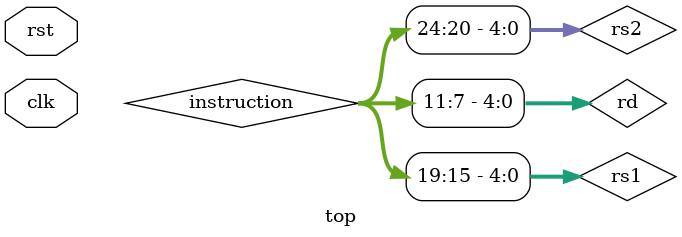
<source format=v>
module top(
    input clk, 
    input rst
);
    wire [31:0]pc,next_pc,pc_plus4,read_data1,read_data2,write_data,imm_value,instruction,alu_srcB,alu_result,mem_read_data,branch_target;
    wire RegWrite,MemRead,MemWrite,MemToReg,ALUSrc,Branch,ALUOp0,ALUOp1,zero;
    wire [4:0]rs1=instruction[19:15];
    wire [4:0]rs2=instruction[24:20];
    wire [4:0]rd=instruction[11:7];
    wire [3:0]alu_control;
   

    program_counter module1(
        .clk(clk),
        .reset(rst),
        .next_pc(next_pc),
        .pc(pc)
    );

    PC_Adder module2(
        .pc_in(pc),
        .pc_out(pc_plus4)
    );

    instruction_memory module3(
        .read_address({pc[31:2],2'b00}),
        .instruction(instruction)
    );

    Control module4(
        .opcode(instruction[6:0]),
        .RegWrite(RegWrite),
        .MemRead(MemRead),
        .MemWrite(MemWrite),
        .MemToReg(MemToReg),
        .ALUSrc(ALUSrc),
        .Branch(Branch),
        .ALUOp0(ALUOp0),
        .ALUOp1(ALUOp1)
    );

    registers module5(
        .clk(clk),
        .rst(rst),
        .write_data(write_data),
        .write_register(rd),
        .read_register1(rs1),
        .read_register2(rs2),
        .reg_write(RegWrite),
        .read_data1(read_data1),
        .read_data2(read_data2)
    );

    Imm_Gen module6(
        .Imm_Gen_In(instruction),
        .Imm_gen_Out(imm_value)
    );

    mux2x1_32bit module7(
        .in1(imm_value),
        .in0(read_data2),
        .sel(ALUSrc),
        .out(alu_srcB)
    );

    Branch_Adder module8(
        .PC(pc),
        .offset(imm_value),
        .destination(branch_target)
    );

    ALU module9(
        .data1(read_data1),
        .data2(alu_srcB),
        .Alu_control(alu_control),
        .zero(zero),
        .ALU_result(alu_result)
    );


    ALU_Control module10(
        .funct3(instruction[14:12]),
        .funct7(instruction[31:25]),
        .ALUOp0(ALUOp0),
        .ALUOp1(ALUOp1),
        .ALUcontrol_Out(alu_control)
    );
    
    mux2x1_32bit module11(//PC source mux..branch or sequential
        .in1(branch_target),
        .in0(pc_plus4),
        .sel(Branch & zero),
        .out(next_pc)
    );
    
    data_memory module12(
        .clk(clk),
        .rst(rst),
        .MemRead(MemRead),
        .MemWrite(MemWrite),
        .address(alu_result),
        .write_data(read_data2),
        .read_data(mem_read_data)
    );

    
    //Result source mux....ALU or memory
    mux2x1_32bit module13(
        .in1(mem_read_data),
        .in0(alu_result),
        .sel(MemToReg),
        .out(write_data)
    );


endmodule

</source>
